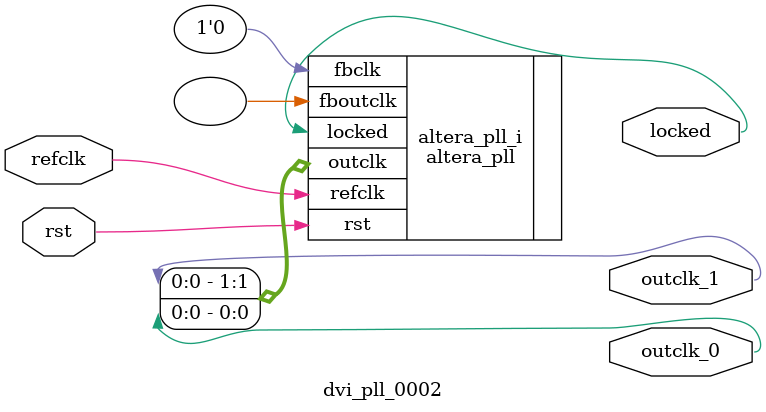
<source format=v>
`timescale 1ns/10ps
module  dvi_pll_0002(

	// interface 'refclk'
	input wire refclk,

	// interface 'reset'
	input wire rst,

	// interface 'outclk0'
	output wire outclk_0,

	// interface 'outclk1'
	output wire outclk_1,

	// interface 'locked'
	output wire locked
);

	altera_pll #(
		.fractional_vco_multiplier("false"),
		.reference_clock_frequency("50.0 MHz"),
		.operation_mode("lvds"),
		.number_of_clocks(2),
		.output_clock_frequency0("740.000000 MHz"),
		.phase_shift0("675 ps"),
		.duty_cycle0(50),
		.output_clock_frequency1("148.000000 MHz"),
		.phase_shift1("6419 ps"),
		.duty_cycle1(50),
		.output_clock_frequency2("0 MHz"),
		.phase_shift2("0 ps"),
		.duty_cycle2(50),
		.output_clock_frequency3("0 MHz"),
		.phase_shift3("0 ps"),
		.duty_cycle3(50),
		.output_clock_frequency4("0 MHz"),
		.phase_shift4("0 ps"),
		.duty_cycle4(50),
		.output_clock_frequency5("0 MHz"),
		.phase_shift5("0 ps"),
		.duty_cycle5(50),
		.output_clock_frequency6("0 MHz"),
		.phase_shift6("0 ps"),
		.duty_cycle6(50),
		.output_clock_frequency7("0 MHz"),
		.phase_shift7("0 ps"),
		.duty_cycle7(50),
		.output_clock_frequency8("0 MHz"),
		.phase_shift8("0 ps"),
		.duty_cycle8(50),
		.output_clock_frequency9("0 MHz"),
		.phase_shift9("0 ps"),
		.duty_cycle9(50),
		.output_clock_frequency10("0 MHz"),
		.phase_shift10("0 ps"),
		.duty_cycle10(50),
		.output_clock_frequency11("0 MHz"),
		.phase_shift11("0 ps"),
		.duty_cycle11(50),
		.output_clock_frequency12("0 MHz"),
		.phase_shift12("0 ps"),
		.duty_cycle12(50),
		.output_clock_frequency13("0 MHz"),
		.phase_shift13("0 ps"),
		.duty_cycle13(50),
		.output_clock_frequency14("0 MHz"),
		.phase_shift14("0 ps"),
		.duty_cycle14(50),
		.output_clock_frequency15("0 MHz"),
		.phase_shift15("0 ps"),
		.duty_cycle15(50),
		.output_clock_frequency16("0 MHz"),
		.phase_shift16("0 ps"),
		.duty_cycle16(50),
		.output_clock_frequency17("0 MHz"),
		.phase_shift17("0 ps"),
		.duty_cycle17(50),
		.pll_type("General"),
		.pll_subtype("General")
	) altera_pll_i (
		.rst	(rst),
		.outclk	({outclk_1, outclk_0}),
		.locked	(locked),
		.fboutclk	( ),
		.fbclk	(1'b0),
		.refclk	(refclk)
	);
endmodule


</source>
